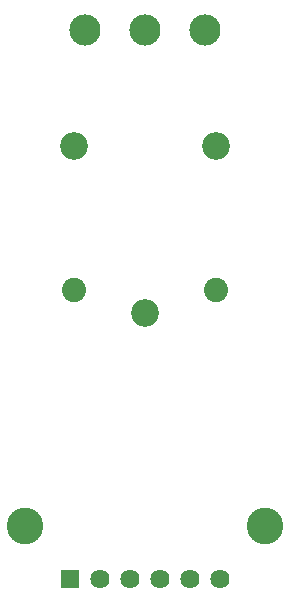
<source format=gbr>
G04 EAGLE Gerber RS-274X export*
G75*
%MOMM*%
%FSLAX34Y34*%
%LPD*%
%AMOC8*
5,1,8,0,0,1.08239X$1,22.5*%
G01*
%ADD10C,3.101600*%
%ADD11C,2.641600*%
%ADD12R,1.625600X1.625600*%
%ADD13C,1.625600*%
%ADD14C,2.351600*%
%ADD15C,2.051600*%


D10*
X35000Y60000D03*
X238200Y60000D03*
D11*
X85800Y480000D03*
X136600Y480000D03*
X187400Y480000D03*
D12*
X73100Y15000D03*
D13*
X98500Y15000D03*
X123900Y15000D03*
X149300Y15000D03*
X174700Y15000D03*
X200100Y15000D03*
D14*
X136600Y240000D03*
X76600Y382000D03*
X196600Y382000D03*
D15*
X76600Y260000D03*
X196600Y260000D03*
M02*

</source>
